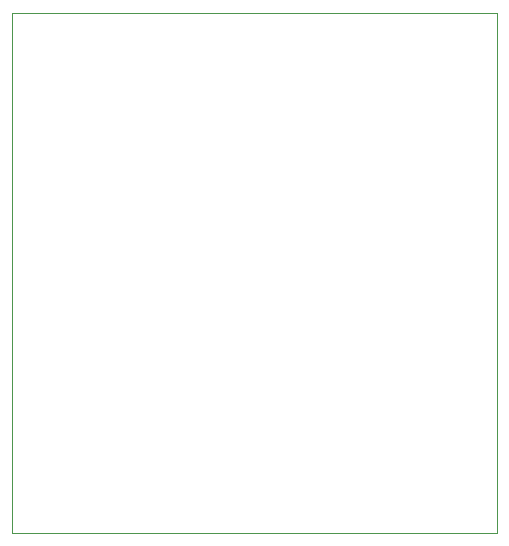
<source format=gbr>
%TF.GenerationSoftware,KiCad,Pcbnew,5.1.9-73d0e3b20d~88~ubuntu20.04.1*%
%TF.CreationDate,2021-04-29T00:31:08+02:00*%
%TF.ProjectId,Node,4e6f6465-2e6b-4696-9361-645f70636258,rev?*%
%TF.SameCoordinates,Original*%
%TF.FileFunction,Profile,NP*%
%FSLAX46Y46*%
G04 Gerber Fmt 4.6, Leading zero omitted, Abs format (unit mm)*
G04 Created by KiCad (PCBNEW 5.1.9-73d0e3b20d~88~ubuntu20.04.1) date 2021-04-29 00:31:08*
%MOMM*%
%LPD*%
G01*
G04 APERTURE LIST*
%TA.AperFunction,Profile*%
%ADD10C,0.050000*%
%TD*%
G04 APERTURE END LIST*
D10*
X92700000Y-128700000D02*
X92700000Y-84700000D01*
X133700000Y-128700000D02*
X92700000Y-128700000D01*
X133700000Y-84700000D02*
X133700000Y-128700000D01*
X92700000Y-84700000D02*
X133700000Y-84700000D01*
M02*

</source>
